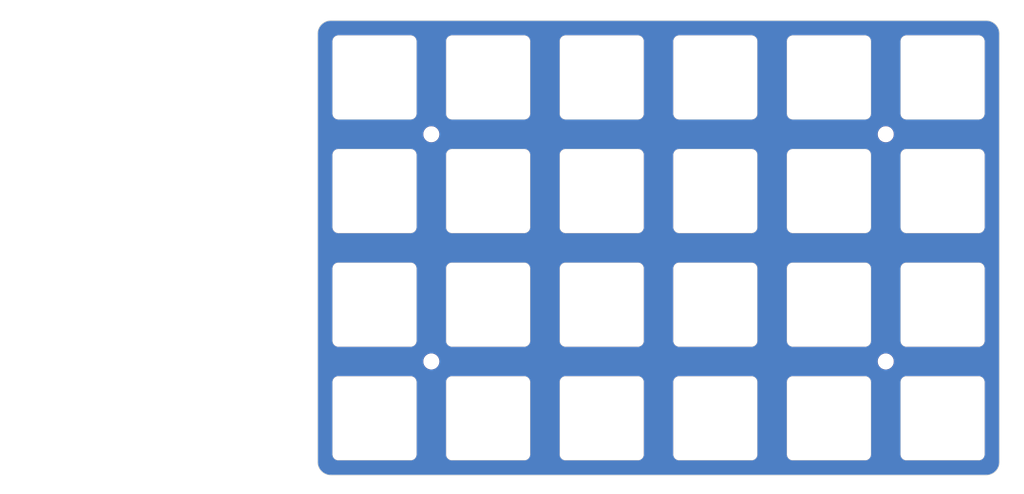
<source format=kicad_pcb>
(kicad_pcb (version 20241229) (generator "pcbnew") (generator_version "9.0")
  (layers (0 "F.Cu" signal) (2 "B.Cu" signal) (13 "F.Paste" user) (15 "B.Paste" user) (5 "F.SilkS" user "F.Silkscreen") (7 "B.SilkS" user "B.Silkscreen") (1 "F.Mask" user) (3 "B.Mask" user) (25 "Edge.Cuts" user))
  (net 0 "")
  (footprint "DreaM117er-keebLibrary:SW_Keyboard_Hole_1.00u" (layer "F.Cu") (at 173.849676 76.624911)
    (property "Reference" "L19" (hide yes))
    (property "Value" "Key_edge")
    (fp_line (start -7.049978 -6.049978) (end -7.049978 6.049978) (stroke (width 0.05)) (layer "Edge.Cuts"))
    (fp_line (start -6.049978 -7.049978) (end 6.049978 -7.049978) (stroke (width 0.05)) (layer "Edge.Cuts"))
    (fp_line (start -6.049978 7.049978) (end 6.049978 7.049978) (stroke (width 0.05)) (layer "Edge.Cuts"))
    (fp_line (start 7.049978 -6.049978) (end 7.049978 6.049978) (stroke (width 0.05)) (layer "Edge.Cuts"))
    (fp_arc (start -7.049978 -6.049978) (mid -6.757085 -6.757085) (end -6.049978 -7.049978) (stroke (width 0.05)) (layer "Edge.Cuts"))
    (fp_arc (start -6.049978 7.049978) (mid -6.757085 6.757085) (end -7.049978 6.049978) (stroke (width 0.05)) (layer "Edge.Cuts"))
    (fp_arc (start 6.049978 -7.049978) (mid 6.757085 -6.757085) (end 7.049978 -6.049978) (stroke (width 0.05)) (layer "Edge.Cuts"))
    (fp_arc (start 7.049978 6.049978) (mid 6.757085 6.757085) (end 6.049978 7.049978) (stroke (width 0.05)) (layer "Edge.Cuts"))
  )
  (footprint "MountingHole:MountingHole_2.2mm_M2" (layer "F.Cu") (at 183.375 86.15)
    (property "Reference" "H4" (hide yes))
    (property "Value" "M2")
    (pad "" np_thru_hole circle (at 0 0) (size 2.2 2.2) (drill 2.2) (layers "*.Cu" "*.Mask"))
  )
  (footprint "DreaM117er-keebLibrary:SW_Keyboard_Hole_1.00u" (layer "F.Cu") (at 97.649676 57.574911)
    (property "Reference" "L2" (hide yes))
    (property "Value" "Key_edge")
    (fp_line (start -7.049978 -6.049978) (end -7.049978 6.049978) (stroke (width 0.05)) (layer "Edge.Cuts"))
    (fp_line (start -6.049978 -7.049978) (end 6.049978 -7.049978) (stroke (width 0.05)) (layer "Edge.Cuts"))
    (fp_line (start -6.049978 7.049978) (end 6.049978 7.049978) (stroke (width 0.05)) (layer "Edge.Cuts"))
    (fp_line (start 7.049978 -6.049978) (end 7.049978 6.049978) (stroke (width 0.05)) (layer "Edge.Cuts"))
    (fp_arc (start -7.049978 -6.049978) (mid -6.757085 -6.757085) (end -6.049978 -7.049978) (stroke (width 0.05)) (layer "Edge.Cuts"))
    (fp_arc (start -6.049978 7.049978) (mid -6.757085 6.757085) (end -7.049978 6.049978) (stroke (width 0.05)) (layer "Edge.Cuts"))
    (fp_arc (start 6.049978 -7.049978) (mid 6.757085 -6.757085) (end 7.049978 -6.049978) (stroke (width 0.05)) (layer "Edge.Cuts"))
    (fp_arc (start 7.049978 6.049978) (mid 6.757085 6.757085) (end 6.049978 7.049978) (stroke (width 0.05)) (layer "Edge.Cuts"))
  )
  (footprint "DreaM117er-keebLibrary:SW_Keyboard_Hole_1.00u" (layer "F.Cu") (at 154.799676 57.574911)
    (property "Reference" "L14" (hide yes))
    (property "Value" "Key_edge")
    (fp_line (start -7.049978 -6.049978) (end -7.049978 6.049978) (stroke (width 0.05)) (layer "Edge.Cuts"))
    (fp_line (start -6.049978 -7.049978) (end 6.049978 -7.049978) (stroke (width 0.05)) (layer "Edge.Cuts"))
    (fp_line (start -6.049978 7.049978) (end 6.049978 7.049978) (stroke (width 0.05)) (layer "Edge.Cuts"))
    (fp_line (start 7.049978 -6.049978) (end 7.049978 6.049978) (stroke (width 0.05)) (layer "Edge.Cuts"))
    (fp_arc (start -7.049978 -6.049978) (mid -6.757085 -6.757085) (end -6.049978 -7.049978) (stroke (width 0.05)) (layer "Edge.Cuts"))
    (fp_arc (start -6.049978 7.049978) (mid -6.757085 6.757085) (end -7.049978 6.049978) (stroke (width 0.05)) (layer "Edge.Cuts"))
    (fp_arc (start 6.049978 -7.049978) (mid 6.757085 -6.757085) (end 7.049978 -6.049978) (stroke (width 0.05)) (layer "Edge.Cuts"))
    (fp_arc (start 7.049978 6.049978) (mid 6.757085 6.757085) (end 6.049978 7.049978) (stroke (width 0.05)) (layer "Edge.Cuts"))
  )
  (footprint "DreaM117er-keebLibrary:SW_Keyboard_Hole_1.00u" (layer "F.Cu") (at 116.699676 76.624911)
    (property "Reference" "L7" (hide yes))
    (property "Value" "Key_edge")
    (fp_line (start -7.049978 -6.049978) (end -7.049978 6.049978) (stroke (width 0.05)) (layer "Edge.Cuts"))
    (fp_line (start -6.049978 -7.049978) (end 6.049978 -7.049978) (stroke (width 0.05)) (layer "Edge.Cuts"))
    (fp_line (start -6.049978 7.049978) (end 6.049978 7.049978) (stroke (width 0.05)) (layer "Edge.Cuts"))
    (fp_line (start 7.049978 -6.049978) (end 7.049978 6.049978) (stroke (width 0.05)) (layer "Edge.Cuts"))
    (fp_arc (start -7.049978 -6.049978) (mid -6.757085 -6.757085) (end -6.049978 -7.049978) (stroke (width 0.05)) (layer "Edge.Cuts"))
    (fp_arc (start -6.049978 7.049978) (mid -6.757085 6.757085) (end -7.049978 6.049978) (stroke (width 0.05)) (layer "Edge.Cuts"))
    (fp_arc (start 6.049978 -7.049978) (mid 6.757085 -6.757085) (end 7.049978 -6.049978) (stroke (width 0.05)) (layer "Edge.Cuts"))
    (fp_arc (start 7.049978 6.049978) (mid 6.757085 6.757085) (end 6.049978 7.049978) (stroke (width 0.05)) (layer "Edge.Cuts"))
  )
  (footprint "DreaM117er-keebLibrary:SW_Keyboard_Hole_1.00u" (layer "F.Cu") (at 154.799676 95.674911)
    (property "Reference" "L16" (hide yes))
    (property "Value" "Key_edge")
    (fp_line (start -7.049978 -6.049978) (end -7.049978 6.049978) (stroke (width 0.05)) (layer "Edge.Cuts"))
    (fp_line (start -6.049978 -7.049978) (end 6.049978 -7.049978) (stroke (width 0.05)) (layer "Edge.Cuts"))
    (fp_line (start -6.049978 7.049978) (end 6.049978 7.049978) (stroke (width 0.05)) (layer "Edge.Cuts"))
    (fp_line (start 7.049978 -6.049978) (end 7.049978 6.049978) (stroke (width 0.05)) (layer "Edge.Cuts"))
    (fp_arc (start -7.049978 -6.049978) (mid -6.757085 -6.757085) (end -6.049978 -7.049978) (stroke (width 0.05)) (layer "Edge.Cuts"))
    (fp_arc (start -6.049978 7.049978) (mid -6.757085 6.757085) (end -7.049978 6.049978) (stroke (width 0.05)) (layer "Edge.Cuts"))
    (fp_arc (start 6.049978 -7.049978) (mid 6.757085 -6.757085) (end 7.049978 -6.049978) (stroke (width 0.05)) (layer "Edge.Cuts"))
    (fp_arc (start 7.049978 6.049978) (mid 6.757085 6.757085) (end 6.049978 7.049978) (stroke (width 0.05)) (layer "Edge.Cuts"))
  )
  (footprint "DreaM117er-keebLibrary:SW_Keyboard_Hole_1.00u" (layer "F.Cu") (at 135.749676 57.574911)
    (property "Reference" "L10" (hide yes))
    (property "Value" "Key_edge")
    (fp_line (start -7.049978 -6.049978) (end -7.049978 6.049978) (stroke (width 0.05)) (layer "Edge.Cuts"))
    (fp_line (start -6.049978 -7.049978) (end 6.049978 -7.049978) (stroke (width 0.05)) (layer "Edge.Cuts"))
    (fp_line (start -6.049978 7.049978) (end 6.049978 7.049978) (stroke (width 0.05)) (layer "Edge.Cuts"))
    (fp_line (start 7.049978 -6.049978) (end 7.049978 6.049978) (stroke (width 0.05)) (layer "Edge.Cuts"))
    (fp_arc (start -7.049978 -6.049978) (mid -6.757085 -6.757085) (end -6.049978 -7.049978) (stroke (width 0.05)) (layer "Edge.Cuts"))
    (fp_arc (start -6.049978 7.049978) (mid -6.757085 6.757085) (end -7.049978 6.049978) (stroke (width 0.05)) (layer "Edge.Cuts"))
    (fp_arc (start 6.049978 -7.049978) (mid 6.757085 -6.757085) (end 7.049978 -6.049978) (stroke (width 0.05)) (layer "Edge.Cuts"))
    (fp_arc (start 7.049978 6.049978) (mid 6.757085 6.757085) (end 6.049978 7.049978) (stroke (width 0.05)) (layer "Edge.Cuts"))
  )
  (footprint "DreaM117er-keebLibrary:SW_Keyboard_Hole_1.00u" (layer "F.Cu") (at 173.849676 95.674911)
    (property "Reference" "L20" (hide yes))
    (property "Value" "Key_edge")
    (fp_line (start -7.049978 -6.049978) (end -7.049978 6.049978) (stroke (width 0.05)) (layer "Edge.Cuts"))
    (fp_line (start -6.049978 -7.049978) (end 6.049978 -7.049978) (stroke (width 0.05)) (layer "Edge.Cuts"))
    (fp_line (start -6.049978 7.049978) (end 6.049978 7.049978) (stroke (width 0.05)) (layer "Edge.Cuts"))
    (fp_line (start 7.049978 -6.049978) (end 7.049978 6.049978) (stroke (width 0.05)) (layer "Edge.Cuts"))
    (fp_arc (start -7.049978 -6.049978) (mid -6.757085 -6.757085) (end -6.049978 -7.049978) (stroke (width 0.05)) (layer "Edge.Cuts"))
    (fp_arc (start -6.049978 7.049978) (mid -6.757085 6.757085) (end -7.049978 6.049978) (stroke (width 0.05)) (layer "Edge.Cuts"))
    (fp_arc (start 6.049978 -7.049978) (mid 6.757085 -6.757085) (end 7.049978 -6.049978) (stroke (width 0.05)) (layer "Edge.Cuts"))
    (fp_arc (start 7.049978 6.049978) (mid 6.757085 6.757085) (end 6.049978 7.049978) (stroke (width 0.05)) (layer "Edge.Cuts"))
  )
  (footprint "MountingHole:MountingHole_2.2mm_M2" (layer "F.Cu") (at 107.175 48.05)
    (property "Reference" "H1" (hide yes))
    (property "Value" "M2")
    (pad "" np_thru_hole circle (at 0 0) (size 2.2 2.2) (drill 2.2) (layers "*.Cu" "*.Mask"))
  )
  (footprint "DreaM117er-keebLibrary:SW_Keyboard_Hole_1.00u" (layer "F.Cu") (at 173.849676 57.574911)
    (property "Reference" "L18" (hide yes))
    (property "Value" "Key_edge")
    (fp_line (start -7.049978 -6.049978) (end -7.049978 6.049978) (stroke (width 0.05)) (layer "Edge.Cuts"))
    (fp_line (start -6.049978 -7.049978) (end 6.049978 -7.049978) (stroke (width 0.05)) (layer "Edge.Cuts"))
    (fp_line (start -6.049978 7.049978) (end 6.049978 7.049978) (stroke (width 0.05)) (layer "Edge.Cuts"))
    (fp_line (start 7.049978 -6.049978) (end 7.049978 6.049978) (stroke (width 0.05)) (layer "Edge.Cuts"))
    (fp_arc (start -7.049978 -6.049978) (mid -6.757085 -6.757085) (end -6.049978 -7.049978) (stroke (width 0.05)) (layer "Edge.Cuts"))
    (fp_arc (start -6.049978 7.049978) (mid -6.757085 6.757085) (end -7.049978 6.049978) (stroke (width 0.05)) (layer "Edge.Cuts"))
    (fp_arc (start 6.049978 -7.049978) (mid 6.757085 -6.757085) (end 7.049978 -6.049978) (stroke (width 0.05)) (layer "Edge.Cuts"))
    (fp_arc (start 7.049978 6.049978) (mid 6.757085 6.757085) (end 6.049978 7.049978) (stroke (width 0.05)) (layer "Edge.Cuts"))
  )
  (footprint "MountingHole:MountingHole_2.2mm_M2" (layer "F.Cu") (at 107.175 86.15)
    (property "Reference" "H2" (hide yes))
    (property "Value" "M2")
    (pad "" np_thru_hole circle (at 0 0) (size 2.2 2.2) (drill 2.2) (layers "*.Cu" "*.Mask"))
  )
  (footprint "DreaM117er-keebLibrary:SW_Keyboard_Hole_1.00u" (layer "F.Cu") (at 97.649676 95.674911)
    (property "Reference" "L4" (hide yes))
    (property "Value" "Key_edge")
    (fp_line (start -7.049978 -6.049978) (end -7.049978 6.049978) (stroke (width 0.05)) (layer "Edge.Cuts"))
    (fp_line (start -6.049978 -7.049978) (end 6.049978 -7.049978) (stroke (width 0.05)) (layer "Edge.Cuts"))
    (fp_line (start -6.049978 7.049978) (end 6.049978 7.049978) (stroke (width 0.05)) (layer "Edge.Cuts"))
    (fp_line (start 7.049978 -6.049978) (end 7.049978 6.049978) (stroke (width 0.05)) (layer "Edge.Cuts"))
    (fp_arc (start -7.049978 -6.049978) (mid -6.757085 -6.757085) (end -6.049978 -7.049978) (stroke (width 0.05)) (layer "Edge.Cuts"))
    (fp_arc (start -6.049978 7.049978) (mid -6.757085 6.757085) (end -7.049978 6.049978) (stroke (width 0.05)) (layer "Edge.Cuts"))
    (fp_arc (start 6.049978 -7.049978) (mid 6.757085 -6.757085) (end 7.049978 -6.049978) (stroke (width 0.05)) (layer "Edge.Cuts"))
    (fp_arc (start 7.049978 6.049978) (mid 6.757085 6.757085) (end 6.049978 7.049978) (stroke (width 0.05)) (layer "Edge.Cuts"))
  )
  (footprint "DreaM117er-keebLibrary:SW_Keyboard_Hole_1.00u" (layer "F.Cu") (at 154.799676 38.524911)
    (property "Reference" "L13" (hide yes))
    (property "Value" "Key_edge")
    (fp_line (start -7.049978 -6.049978) (end -7.049978 6.049978) (stroke (width 0.05)) (layer "Edge.Cuts"))
    (fp_line (start -6.049978 -7.049978) (end 6.049978 -7.049978) (stroke (width 0.05)) (layer "Edge.Cuts"))
    (fp_line (start -6.049978 7.049978) (end 6.049978 7.049978) (stroke (width 0.05)) (layer "Edge.Cuts"))
    (fp_line (start 7.049978 -6.049978) (end 7.049978 6.049978) (stroke (width 0.05)) (layer "Edge.Cuts"))
    (fp_arc (start -7.049978 -6.049978) (mid -6.757085 -6.757085) (end -6.049978 -7.049978) (stroke (width 0.05)) (layer "Edge.Cuts"))
    (fp_arc (start -6.049978 7.049978) (mid -6.757085 6.757085) (end -7.049978 6.049978) (stroke (width 0.05)) (layer "Edge.Cuts"))
    (fp_arc (start 6.049978 -7.049978) (mid 6.757085 -6.757085) (end 7.049978 -6.049978) (stroke (width 0.05)) (layer "Edge.Cuts"))
    (fp_arc (start 7.049978 6.049978) (mid 6.757085 6.757085) (end 6.049978 7.049978) (stroke (width 0.05)) (layer "Edge.Cuts"))
  )
  (footprint "DreaM117er-keebLibrary:SW_Keyboard_Hole_1.00u" (layer "F.Cu") (at 116.699676 57.574911)
    (property "Reference" "L6" (hide yes))
    (property "Value" "Key_edge")
    (fp_line (start -7.049978 -6.049978) (end -7.049978 6.049978) (stroke (width 0.05)) (layer "Edge.Cuts"))
    (fp_line (start -6.049978 -7.049978) (end 6.049978 -7.049978) (stroke (width 0.05)) (layer "Edge.Cuts"))
    (fp_line (start -6.049978 7.049978) (end 6.049978 7.049978) (stroke (width 0.05)) (layer "Edge.Cuts"))
    (fp_line (start 7.049978 -6.049978) (end 7.049978 6.049978) (stroke (width 0.05)) (layer "Edge.Cuts"))
    (fp_arc (start -7.049978 -6.049978) (mid -6.757085 -6.757085) (end -6.049978 -7.049978) (stroke (width 0.05)) (layer "Edge.Cuts"))
    (fp_arc (start -6.049978 7.049978) (mid -6.757085 6.757085) (end -7.049978 6.049978) (stroke (width 0.05)) (layer "Edge.Cuts"))
    (fp_arc (start 6.049978 -7.049978) (mid 6.757085 -6.757085) (end 7.049978 -6.049978) (stroke (width 0.05)) (layer "Edge.Cuts"))
    (fp_arc (start 7.049978 6.049978) (mid 6.757085 6.757085) (end 6.049978 7.049978) (stroke (width 0.05)) (layer "Edge.Cuts"))
  )
  (footprint "DreaM117er-keebLibrary:SW_Keyboard_Hole_1.00u" (layer "F.Cu") (at 97.649676 38.524911)
    (property "Reference" "L1" (hide yes))
    (property "Value" "Key_edge")
    (fp_line (start -7.049978 -6.049978) (end -7.049978 6.049978) (stroke (width 0.05)) (layer "Edge.Cuts"))
    (fp_line (start -6.049978 -7.049978) (end 6.049978 -7.049978) (stroke (width 0.05)) (layer "Edge.Cuts"))
    (fp_line (start -6.049978 7.049978) (end 6.049978 7.049978) (stroke (width 0.05)) (layer "Edge.Cuts"))
    (fp_line (start 7.049978 -6.049978) (end 7.049978 6.049978) (stroke (width 0.05)) (layer "Edge.Cuts"))
    (fp_arc (start -7.049978 -6.049978) (mid -6.757085 -6.757085) (end -6.049978 -7.049978) (stroke (width 0.05)) (layer "Edge.Cuts"))
    (fp_arc (start -6.049978 7.049978) (mid -6.757085 6.757085) (end -7.049978 6.049978) (stroke (width 0.05)) (layer "Edge.Cuts"))
    (fp_arc (start 6.049978 -7.049978) (mid 6.757085 -6.757085) (end 7.049978 -6.049978) (stroke (width 0.05)) (layer "Edge.Cuts"))
    (fp_arc (start 7.049978 6.049978) (mid 6.757085 6.757085) (end 6.049978 7.049978) (stroke (width 0.05)) (layer "Edge.Cuts"))
  )
  (footprint "DreaM117er-keebLibrary:SW_Keyboard_Hole_1.00u" (layer "F.Cu") (at 173.849676 38.524911)
    (property "Reference" "L17" (hide yes))
    (property "Value" "Key_edge")
    (fp_line (start -7.049978 -6.049978) (end -7.049978 6.049978) (stroke (width 0.05)) (layer "Edge.Cuts"))
    (fp_line (start -6.049978 -7.049978) (end 6.049978 -7.049978) (stroke (width 0.05)) (layer "Edge.Cuts"))
    (fp_line (start -6.049978 7.049978) (end 6.049978 7.049978) (stroke (width 0.05)) (layer "Edge.Cuts"))
    (fp_line (start 7.049978 -6.049978) (end 7.049978 6.049978) (stroke (width 0.05)) (layer "Edge.Cuts"))
    (fp_arc (start -7.049978 -6.049978) (mid -6.757085 -6.757085) (end -6.049978 -7.049978) (stroke (width 0.05)) (layer "Edge.Cuts"))
    (fp_arc (start -6.049978 7.049978) (mid -6.757085 6.757085) (end -7.049978 6.049978) (stroke (width 0.05)) (layer "Edge.Cuts"))
    (fp_arc (start 6.049978 -7.049978) (mid 6.757085 -6.757085) (end 7.049978 -6.049978) (stroke (width 0.05)) (layer "Edge.Cuts"))
    (fp_arc (start 7.049978 6.049978) (mid 6.757085 6.757085) (end 6.049978 7.049978) (stroke (width 0.05)) (layer "Edge.Cuts"))
  )
  (footprint "DreaM117er-keebLibrary:SW_Keyboard_Hole_1.00u" (layer "F.Cu") (at 116.699676 38.524911)
    (property "Reference" "L5" (hide yes))
    (property "Value" "Key_edge")
    (fp_line (start -7.049978 -6.049978) (end -7.049978 6.049978) (stroke (width 0.05)) (layer "Edge.Cuts"))
    (fp_line (start -6.049978 -7.049978) (end 6.049978 -7.049978) (stroke (width 0.05)) (layer "Edge.Cuts"))
    (fp_line (start -6.049978 7.049978) (end 6.049978 7.049978) (stroke (width 0.05)) (layer "Edge.Cuts"))
    (fp_line (start 7.049978 -6.049978) (end 7.049978 6.049978) (stroke (width 0.05)) (layer "Edge.Cuts"))
    (fp_arc (start -7.049978 -6.049978) (mid -6.757085 -6.757085) (end -6.049978 -7.049978) (stroke (width 0.05)) (layer "Edge.Cuts"))
    (fp_arc (start -6.049978 7.049978) (mid -6.757085 6.757085) (end -7.049978 6.049978) (stroke (width 0.05)) (layer "Edge.Cuts"))
    (fp_arc (start 6.049978 -7.049978) (mid 6.757085 -6.757085) (end 7.049978 -6.049978) (stroke (width 0.05)) (layer "Edge.Cuts"))
    (fp_arc (start 7.049978 6.049978) (mid 6.757085 6.757085) (end 6.049978 7.049978) (stroke (width 0.05)) (layer "Edge.Cuts"))
  )
  (footprint "DreaM117er-keebLibrary:SW_Keyboard_Hole_1.00u" (layer "F.Cu") (at 192.899676 57.574911)
    (property "Reference" "L22" (hide yes))
    (property "Value" "Key_edge")
    (fp_line (start -7.049978 -6.049978) (end -7.049978 6.049978) (stroke (width 0.05)) (layer "Edge.Cuts"))
    (fp_line (start -6.049978 -7.049978) (end 6.049978 -7.049978) (stroke (width 0.05)) (layer "Edge.Cuts"))
    (fp_line (start -6.049978 7.049978) (end 6.049978 7.049978) (stroke (width 0.05)) (layer "Edge.Cuts"))
    (fp_line (start 7.049978 -6.049978) (end 7.049978 6.049978) (stroke (width 0.05)) (layer "Edge.Cuts"))
    (fp_arc (start -7.049978 -6.049978) (mid -6.757085 -6.757085) (end -6.049978 -7.049978) (stroke (width 0.05)) (layer "Edge.Cuts"))
    (fp_arc (start -6.049978 7.049978) (mid -6.757085 6.757085) (end -7.049978 6.049978) (stroke (width 0.05)) (layer "Edge.Cuts"))
    (fp_arc (start 6.049978 -7.049978) (mid 6.757085 -6.757085) (end 7.049978 -6.049978) (stroke (width 0.05)) (layer "Edge.Cuts"))
    (fp_arc (start 7.049978 6.049978) (mid 6.757085 6.757085) (end 6.049978 7.049978) (stroke (width 0.05)) (layer "Edge.Cuts"))
  )
  (footprint "MountingHole:MountingHole_2.2mm_M2" (layer "F.Cu") (at 183.375 48.05)
    (property "Reference" "H3" (hide yes))
    (property "Value" "M2")
    (pad "" np_thru_hole circle (at 0 0) (size 2.2 2.2) (drill 2.2) (layers "*.Cu" "*.Mask"))
  )
  (footprint "DreaM117er-keebLibrary:SW_Keyboard_Hole_1.00u" (layer "F.Cu") (at 192.899676 95.674911)
    (property "Reference" "L24" (hide yes))
    (property "Value" "Key_edge")
    (fp_line (start -7.049978 -6.049978) (end -7.049978 6.049978) (stroke (width 0.05)) (layer "Edge.Cuts"))
    (fp_line (start -6.049978 -7.049978) (end 6.049978 -7.049978) (stroke (width 0.05)) (layer "Edge.Cuts"))
    (fp_line (start -6.049978 7.049978) (end 6.049978 7.049978) (stroke (width 0.05)) (layer "Edge.Cuts"))
    (fp_line (start 7.049978 -6.049978) (end 7.049978 6.049978) (stroke (width 0.05)) (layer "Edge.Cuts"))
    (fp_arc (start -7.049978 -6.049978) (mid -6.757085 -6.757085) (end -6.049978 -7.049978) (stroke (width 0.05)) (layer "Edge.Cuts"))
    (fp_arc (start -6.049978 7.049978) (mid -6.757085 6.757085) (end -7.049978 6.049978) (stroke (width 0.05)) (layer "Edge.Cuts"))
    (fp_arc (start 6.049978 -7.049978) (mid 6.757085 -6.757085) (end 7.049978 -6.049978) (stroke (width 0.05)) (layer "Edge.Cuts"))
    (fp_arc (start 7.049978 6.049978) (mid 6.757085 6.757085) (end 6.049978 7.049978) (stroke (width 0.05)) (layer "Edge.Cuts"))
  )
  (footprint "DreaM117er-keebLibrary:SW_Keyboard_Hole_1.00u" (layer "F.Cu") (at 97.649676 76.624911)
    (property "Reference" "L3" (hide yes))
    (property "Value" "Key_edge")
    (fp_line (start -7.049978 -6.049978) (end -7.049978 6.049978) (stroke (width 0.05)) (layer "Edge.Cuts"))
    (fp_line (start -6.049978 -7.049978) (end 6.049978 -7.049978) (stroke (width 0.05)) (layer "Edge.Cuts"))
    (fp_line (start -6.049978 7.049978) (end 6.049978 7.049978) (stroke (width 0.05)) (layer "Edge.Cuts"))
    (fp_line (start 7.049978 -6.049978) (end 7.049978 6.049978) (stroke (width 0.05)) (layer "Edge.Cuts"))
    (fp_arc (start -7.049978 -6.049978) (mid -6.757085 -6.757085) (end -6.049978 -7.049978) (stroke (width 0.05)) (layer "Edge.Cuts"))
    (fp_arc (start -6.049978 7.049978) (mid -6.757085 6.757085) (end -7.049978 6.049978) (stroke (width 0.05)) (layer "Edge.Cuts"))
    (fp_arc (start 6.049978 -7.049978) (mid 6.757085 -6.757085) (end 7.049978 -6.049978) (stroke (width 0.05)) (layer "Edge.Cuts"))
    (fp_arc (start 7.049978 6.049978) (mid 6.757085 6.757085) (end 6.049978 7.049978) (stroke (width 0.05)) (layer "Edge.Cuts"))
  )
  (footprint "DreaM117er-keebLibrary:SW_Keyboard_Hole_1.00u" (layer "F.Cu") (at 192.899676 38.524911)
    (property "Reference" "L21" (hide yes))
    (property "Value" "Key_edge")
    (fp_line (start -7.049978 -6.049978) (end -7.049978 6.049978) (stroke (width 0.05)) (layer "Edge.Cuts"))
    (fp_line (start -6.049978 -7.049978) (end 6.049978 -7.049978) (stroke (width 0.05)) (layer "Edge.Cuts"))
    (fp_line (start -6.049978 7.049978) (end 6.049978 7.049978) (stroke (width 0.05)) (layer "Edge.Cuts"))
    (fp_line (start 7.049978 -6.049978) (end 7.049978 6.049978) (stroke (width 0.05)) (layer "Edge.Cuts"))
    (fp_arc (start -7.049978 -6.049978) (mid -6.757085 -6.757085) (end -6.049978 -7.049978) (stroke (width 0.05)) (layer "Edge.Cuts"))
    (fp_arc (start -6.049978 7.049978) (mid -6.757085 6.757085) (end -7.049978 6.049978) (stroke (width 0.05)) (layer "Edge.Cuts"))
    (fp_arc (start 6.049978 -7.049978) (mid 6.757085 -6.757085) (end 7.049978 -6.049978) (stroke (width 0.05)) (layer "Edge.Cuts"))
    (fp_arc (start 7.049978 6.049978) (mid 6.757085 6.757085) (end 6.049978 7.049978) (stroke (width 0.05)) (layer "Edge.Cuts"))
  )
  (footprint "DreaM117er-keebLibrary:SW_Keyboard_Hole_1.00u" (layer "F.Cu") (at 135.749676 95.674911)
    (property "Reference" "L12" (hide yes))
    (property "Value" "Key_edge")
    (fp_line (start -7.049978 -6.049978) (end -7.049978 6.049978) (stroke (width 0.05)) (layer "Edge.Cuts"))
    (fp_line (start -6.049978 -7.049978) (end 6.049978 -7.049978) (stroke (width 0.05)) (layer "Edge.Cuts"))
    (fp_line (start -6.049978 7.049978) (end 6.049978 7.049978) (stroke (width 0.05)) (layer "Edge.Cuts"))
    (fp_line (start 7.049978 -6.049978) (end 7.049978 6.049978) (stroke (width 0.05)) (layer "Edge.Cuts"))
    (fp_arc (start -7.049978 -6.049978) (mid -6.757085 -6.757085) (end -6.049978 -7.049978) (stroke (width 0.05)) (layer "Edge.Cuts"))
    (fp_arc (start -6.049978 7.049978) (mid -6.757085 6.757085) (end -7.049978 6.049978) (stroke (width 0.05)) (layer "Edge.Cuts"))
    (fp_arc (start 6.049978 -7.049978) (mid 6.757085 -6.757085) (end 7.049978 -6.049978) (stroke (width 0.05)) (layer "Edge.Cuts"))
    (fp_arc (start 7.049978 6.049978) (mid 6.757085 6.757085) (end 6.049978 7.049978) (stroke (width 0.05)) (layer "Edge.Cuts"))
  )
  (footprint "DreaM117er-keebLibrary:SW_Keyboard_Hole_1.00u" (layer "F.Cu") (at 135.749676 38.524911)
    (property "Reference" "L9" (hide yes))
    (property "Value" "Key_edge")
    (fp_line (start -7.049978 -6.049978) (end -7.049978 6.049978) (stroke (width 0.05)) (layer "Edge.Cuts"))
    (fp_line (start -6.049978 -7.049978) (end 6.049978 -7.049978) (stroke (width 0.05)) (layer "Edge.Cuts"))
    (fp_line (start -6.049978 7.049978) (end 6.049978 7.049978) (stroke (width 0.05)) (layer "Edge.Cuts"))
    (fp_line (start 7.049978 -6.049978) (end 7.049978 6.049978) (stroke (width 0.05)) (layer "Edge.Cuts"))
    (fp_arc (start -7.049978 -6.049978) (mid -6.757085 -6.757085) (end -6.049978 -7.049978) (stroke (width 0.05)) (layer "Edge.Cuts"))
    (fp_arc (start -6.049978 7.049978) (mid -6.757085 6.757085) (end -7.049978 6.049978) (stroke (width 0.05)) (layer "Edge.Cuts"))
    (fp_arc (start 6.049978 -7.049978) (mid 6.757085 -6.757085) (end 7.049978 -6.049978) (stroke (width 0.05)) (layer "Edge.Cuts"))
    (fp_arc (start 7.049978 6.049978) (mid 6.757085 6.757085) (end 6.049978 7.049978) (stroke (width 0.05)) (layer "Edge.Cuts"))
  )
  (footprint "DreaM117er-keebLibrary:SW_Keyboard_Hole_1.00u" (layer "F.Cu") (at 192.899676 76.624911)
    (property "Reference" "L23" (hide yes))
    (property "Value" "Key_edge")
    (fp_line (start -7.049978 -6.049978) (end -7.049978 6.049978) (stroke (width 0.05)) (layer "Edge.Cuts"))
    (fp_line (start -6.049978 -7.049978) (end 6.049978 -7.049978) (stroke (width 0.05)) (layer "Edge.Cuts"))
    (fp_line (start -6.049978 7.049978) (end 6.049978 7.049978) (stroke (width 0.05)) (layer "Edge.Cuts"))
    (fp_line (start 7.049978 -6.049978) (end 7.049978 6.049978) (stroke (width 0.05)) (layer "Edge.Cuts"))
    (fp_arc (start -7.049978 -6.049978) (mid -6.757085 -6.757085) (end -6.049978 -7.049978) (stroke (width 0.05)) (layer "Edge.Cuts"))
    (fp_arc (start -6.049978 7.049978) (mid -6.757085 6.757085) (end -7.049978 6.049978) (stroke (width 0.05)) (layer "Edge.Cuts"))
    (fp_arc (start 6.049978 -7.049978) (mid 6.757085 -6.757085) (end 7.049978 -6.049978) (stroke (width 0.05)) (layer "Edge.Cuts"))
    (fp_arc (start 7.049978 6.049978) (mid 6.757085 6.757085) (end 6.049978 7.049978) (stroke (width 0.05)) (layer "Edge.Cuts"))
  )
  (footprint "DreaM117er-keebLibrary:SW_Keyboard_Hole_1.00u" (layer "F.Cu") (at 135.749676 76.624911)
    (property "Reference" "L11" (hide yes))
    (property "Value" "Key_edge")
    (fp_line (start -7.049978 -6.049978) (end -7.049978 6.049978) (stroke (width 0.05)) (layer "Edge.Cuts"))
    (fp_line (start -6.049978 -7.049978) (end 6.049978 -7.049978) (stroke (width 0.05)) (layer "Edge.Cuts"))
    (fp_line (start -6.049978 7.049978) (end 6.049978 7.049978) (stroke (width 0.05)) (layer "Edge.Cuts"))
    (fp_line (start 7.049978 -6.049978) (end 7.049978 6.049978) (stroke (width 0.05)) (layer "Edge.Cuts"))
    (fp_arc (start -7.049978 -6.049978) (mid -6.757085 -6.757085) (end -6.049978 -7.049978) (stroke (width 0.05)) (layer "Edge.Cuts"))
    (fp_arc (start -6.049978 7.049978) (mid -6.757085 6.757085) (end -7.049978 6.049978) (stroke (width 0.05)) (layer "Edge.Cuts"))
    (fp_arc (start 6.049978 -7.049978) (mid 6.757085 -6.757085) (end 7.049978 -6.049978) (stroke (width 0.05)) (layer "Edge.Cuts"))
    (fp_arc (start 7.049978 6.049978) (mid 6.757085 6.757085) (end 6.049978 7.049978) (stroke (width 0.05)) (layer "Edge.Cuts"))
  )
  (footprint "DreaM117er-keebLibrary:SW_Keyboard_Hole_1.00u" (layer "F.Cu") (at 116.699676 95.674911)
    (property "Reference" "L8" (hide yes))
    (property "Value" "Key_edge")
    (fp_line (start -7.049978 -6.049978) (end -7.049978 6.049978) (stroke (width 0.05)) (layer "Edge.Cuts"))
    (fp_line (start -6.049978 -7.049978) (end 6.049978 -7.049978) (stroke (width 0.05)) (layer "Edge.Cuts"))
    (fp_line (start -6.049978 7.049978) (end 6.049978 7.049978) (stroke (width 0.05)) (layer "Edge.Cuts"))
    (fp_line (start 7.049978 -6.049978) (end 7.049978 6.049978) (stroke (width 0.05)) (layer "Edge.Cuts"))
    (fp_arc (start -7.049978 -6.049978) (mid -6.757085 -6.757085) (end -6.049978 -7.049978) (stroke (width 0.05)) (layer "Edge.Cuts"))
    (fp_arc (start -6.049978 7.049978) (mid -6.757085 6.757085) (end -7.049978 6.049978) (stroke (width 0.05)) (layer "Edge.Cuts"))
    (fp_arc (start 6.049978 -7.049978) (mid 6.757085 -6.757085) (end 7.049978 -6.049978) (stroke (width 0.05)) (layer "Edge.Cuts"))
    (fp_arc (start 7.049978 6.049978) (mid 6.757085 6.757085) (end 6.049978 7.049978) (stroke (width 0.05)) (layer "Edge.Cuts"))
  )
  (footprint "DreaM117er-keebLibrary:SW_Keyboard_Hole_1.00u" (layer "F.Cu") (at 154.799676 76.624911)
    (property "Reference" "L15" (hide yes))
    (property "Value" "Key_edge")
    (fp_line (start -7.049978 -6.049978) (end -7.049978 6.049978) (stroke (width 0.05)) (layer "Edge.Cuts"))
    (fp_line (start -6.049978 -7.049978) (end 6.049978 -7.049978) (stroke (width 0.05)) (layer "Edge.Cuts"))
    (fp_line (start -6.049978 7.049978) (end 6.049978 7.049978) (stroke (width 0.05)) (layer "Edge.Cuts"))
    (fp_line (start 7.049978 -6.049978) (end 7.049978 6.049978) (stroke (width 0.05)) (layer "Edge.Cuts"))
    (fp_arc (start -7.049978 -6.049978) (mid -6.757085 -6.757085) (end -6.049978 -7.049978) (stroke (width 0.05)) (layer "Edge.Cuts"))
    (fp_arc (start -6.049978 7.049978) (mid -6.757085 6.757085) (end -7.049978 6.049978) (stroke (width 0.05)) (layer "Edge.Cuts"))
    (fp_arc (start 6.049978 -7.049978) (mid 6.757085 -6.757085) (end 7.049978 -6.049978) (stroke (width 0.05)) (layer "Edge.Cuts"))
    (fp_arc (start 7.049978 6.049978) (mid 6.757085 6.757085) (end 6.049978 7.049978) (stroke (width 0.05)) (layer "Edge.Cuts"))
  )
  (gr_arc (start 200.224676 28.999911) (mid 201.780311 29.644276) (end 202.424676 31.199911) (stroke (width 0.1)) (layer "Edge.Cuts"))
  (gr_line (start 88.124677 31.199911) (end 88.124676 102.999911) (stroke (width 0.1)) (layer "Edge.Cuts"))
  (gr_line (start 90.3247 105.199911) (end 200.224676 105.199911) (stroke (width 0.1)) (layer "Edge.Cuts"))
  (gr_line (start 202.424676 102.9999) (end 202.424676 31.207463) (stroke (width 0.1)) (layer "Edge.Cuts"))
  (gr_arc (start 202.424676 102.999911) (mid 201.780311 104.555546) (end 200.224676 105.199911) (stroke (width 0.1)) (layer "Edge.Cuts"))
  (gr_arc (start 90.324676 105.199911) (mid 88.769041 104.555546) (end 88.124676 102.999911) (stroke (width 0.1)) (layer "Edge.Cuts"))
  (gr_line (start 90.324676 28.999911) (end 200.224676 28.999911) (stroke (width 0.1)) (layer "Edge.Cuts"))
  (gr_arc (start 88.124676 31.199911) (mid 88.769041 29.644276) (end 90.324676 28.999911) (stroke (width 0.1)) (layer "Edge.Cuts"))
  (zone (net 0) (net_name "") (layers "F.Cu" "B.Cu") (connect_pads (clearance 0.5)) (min_thickness 0.25) (fill yes (thermal_gap 0.5) (thermal_bridge_width 0.5) (island_removal_mode 1) (island_area_min 10))
    (polygon (pts (xy 34.85 25.54) (xy 34.85 108.17) (xy 206.22 108.4) (xy 206.56 25.66)))
  )
)
</source>
